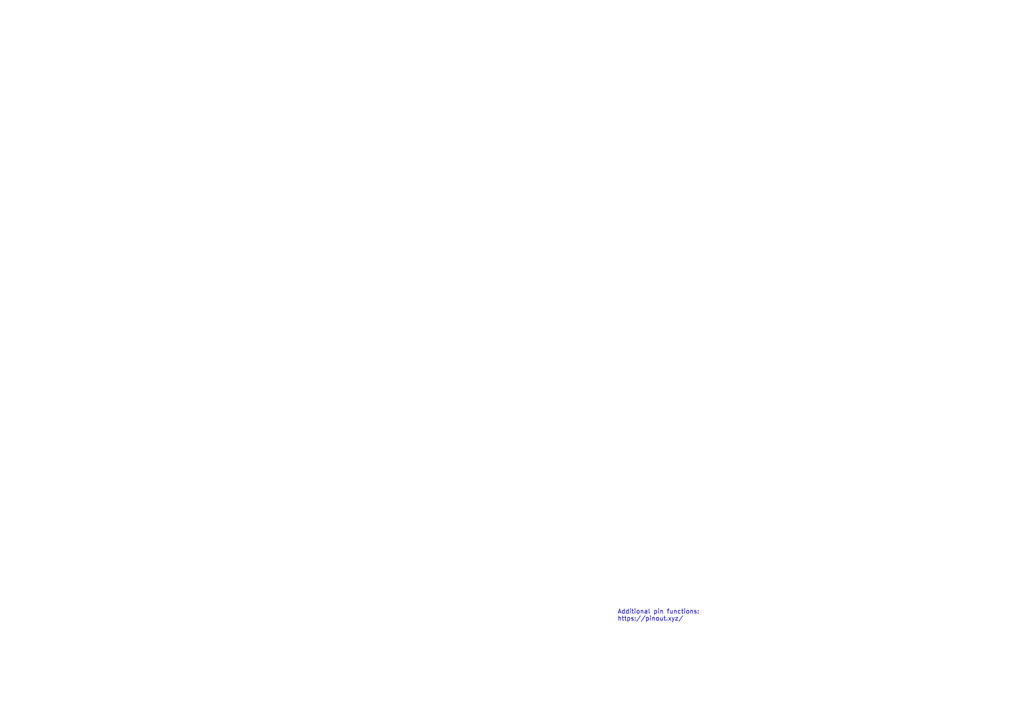
<source format=kicad_sch>
(kicad_sch
	(version 20231120)
	(generator "eeschema")
	(generator_version "8.0")
	(uuid "e63e39d7-6ac0-4ffd-8aa3-1841a4541b55")
	(paper "A4")
	(title_block
		(date "15 nov 2012")
	)
	(lib_symbols)
	(text "Additional pin functions:\nhttps://pinout.xyz/"
		(exclude_from_sim no)
		(at 179.07 180.34 0)
		(effects
			(font
				(size 1.27 1.27)
			)
			(justify left bottom)
		)
		(uuid "36e2c557-2c2a-4fba-9b6f-1167ab8ec281")
	)
	(sheet_instances
		(path "/"
			(page "1")
		)
	)
)

</source>
